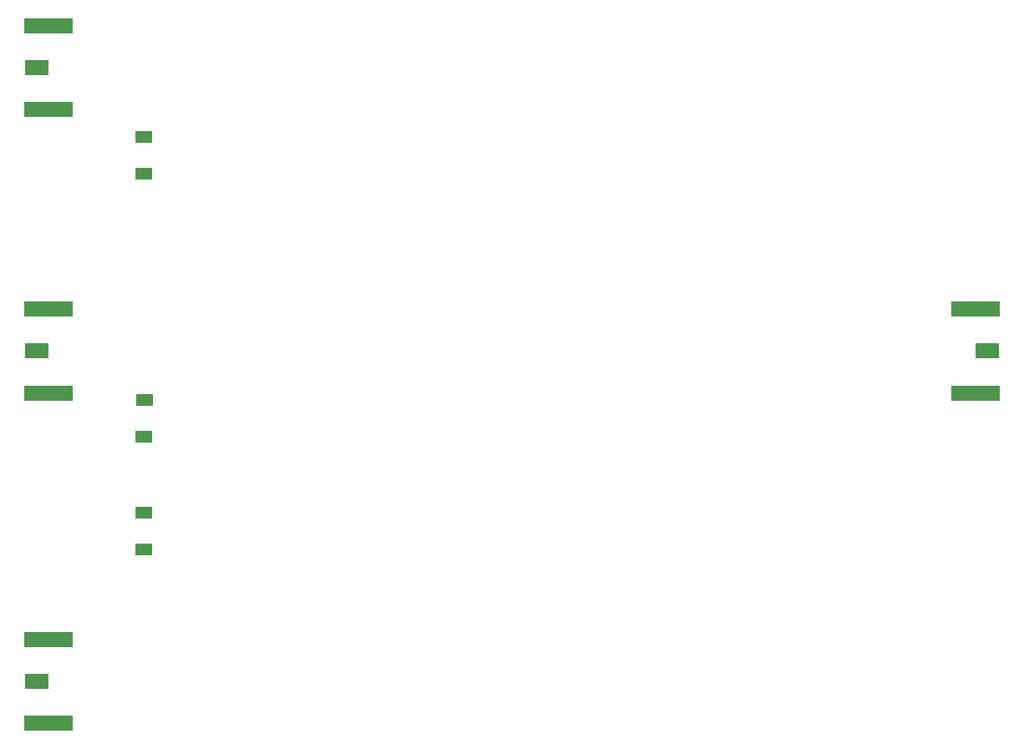
<source format=gbr>
G04 EAGLE Gerber X2 export*
G75*
%MOMM*%
%FSLAX34Y34*%
%LPD*%
%AMOC8*
5,1,8,0,0,1.08239X$1,22.5*%
G01*
%ADD10R,2.362200X1.498600*%
%ADD11R,4.902200X1.600200*%
%ADD12R,1.803400X1.295400*%


D10*
X18542Y787400D03*
D11*
X30391Y744855D03*
X30391Y829945D03*
D10*
X18542Y500000D03*
D11*
X30391Y457455D03*
X30391Y542545D03*
D10*
X18542Y165100D03*
D11*
X30391Y122555D03*
X30391Y207645D03*
D10*
X981458Y500000D03*
D11*
X969609Y542545D03*
X969609Y457455D03*
D12*
X126746Y679958D03*
X127000Y717296D03*
X126746Y298958D03*
X127000Y336296D03*
X127254Y450342D03*
X127000Y413004D03*
M02*

</source>
